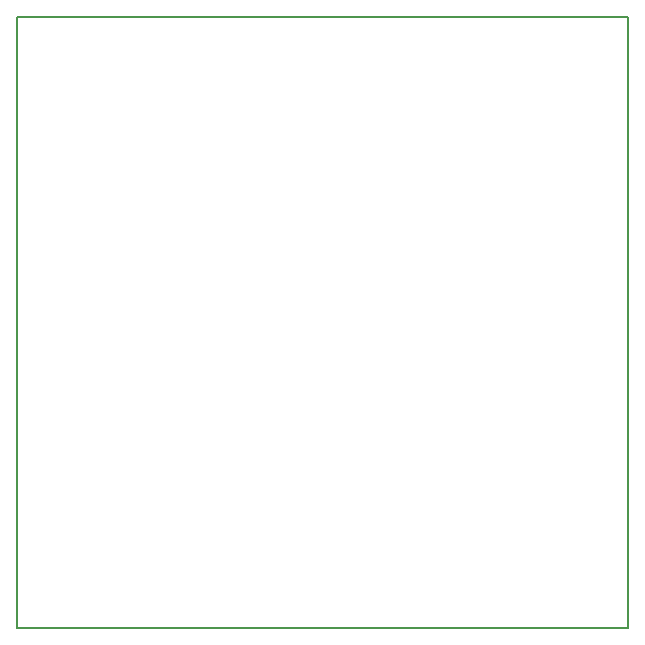
<source format=gm1>
G04 MADE WITH FRITZING*
G04 WWW.FRITZING.ORG*
G04 DOUBLE SIDED*
G04 HOLES PLATED*
G04 CONTOUR ON CENTER OF CONTOUR VECTOR*
%ASAXBY*%
%FSLAX23Y23*%
%MOIN*%
%OFA0B0*%
%SFA1.0B1.0*%
%ADD10R,2.047240X2.047420*%
%ADD11C,0.008000*%
%ADD10C,0.008*%
%LNCONTOUR*%
G90*
G70*
G54D10*
G54D11*
X4Y2043D02*
X2043Y2043D01*
X2043Y4D01*
X4Y4D01*
X4Y2043D01*
D02*
G04 End of contour*
M02*
</source>
